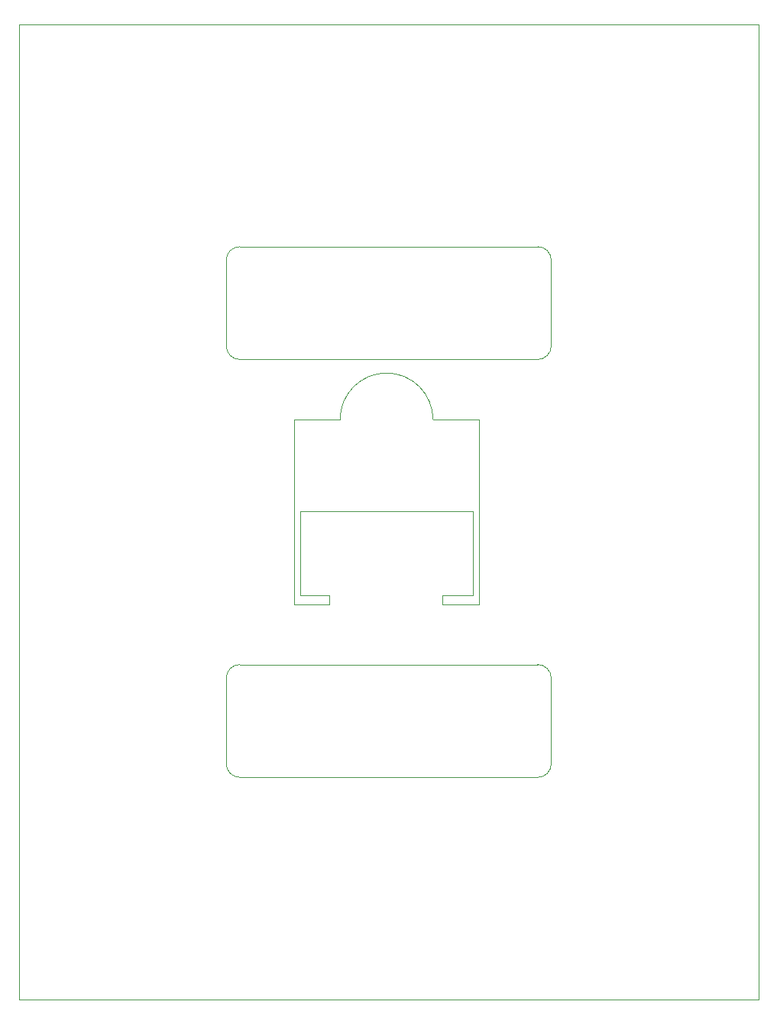
<source format=gm1>
G04 #@! TF.GenerationSoftware,KiCad,Pcbnew,(6.0.5)*
G04 #@! TF.CreationDate,2023-05-08T02:17:39-07:00*
G04 #@! TF.ProjectId,X_Y_Panels,585f595f-5061-46e6-956c-732e6b696361,rev?*
G04 #@! TF.SameCoordinates,Original*
G04 #@! TF.FileFunction,Profile,NP*
%FSLAX46Y46*%
G04 Gerber Fmt 4.6, Leading zero omitted, Abs format (unit mm)*
G04 Created by KiCad (PCBNEW (6.0.5)) date 2023-05-08 02:17:39*
%MOMM*%
%LPD*%
G01*
G04 APERTURE LIST*
G04 #@! TA.AperFunction,Profile*
%ADD10C,0.100000*%
G04 #@! TD*
G04 #@! TA.AperFunction,Profile*
%ADD11C,0.050000*%
G04 #@! TD*
G04 APERTURE END LIST*
D10*
X131790000Y-99680000D02*
X131790000Y-81747994D01*
X131790000Y-99680000D02*
X131790000Y-102230000D01*
D11*
X101292000Y-145997997D02*
X183292000Y-145997997D01*
D10*
X135720000Y-101230000D02*
X132470000Y-101230000D01*
D11*
X183292000Y-37997997D02*
X101292000Y-37997997D01*
D10*
X148250000Y-101220000D02*
X148250000Y-102230000D01*
X136900000Y-81750000D02*
X131790000Y-81747994D01*
X132460000Y-102230000D02*
X131790000Y-102230000D01*
X124289233Y-73597667D02*
G75*
G03*
X125789170Y-75097667I1499967J-33D01*
G01*
X135720000Y-101230000D02*
X135720000Y-102210000D01*
X132460000Y-102230000D02*
X135720000Y-102210000D01*
X158800000Y-121400000D02*
G75*
G03*
X160300000Y-119900000I0J1500000D01*
G01*
X148250000Y-102230000D02*
X151380000Y-102240000D01*
X132460000Y-99680000D02*
X132470000Y-101230000D01*
X125785660Y-108900660D02*
G75*
G03*
X124285660Y-110400660I40J-1500040D01*
G01*
D11*
X183292000Y-145997997D02*
X183292000Y-37997997D01*
D10*
X160299171Y-64097667D02*
X160299170Y-73597667D01*
X152290000Y-81747994D02*
X152290000Y-99690000D01*
X124290000Y-119900000D02*
G75*
G03*
X125790000Y-121400000I1500000J0D01*
G01*
X158799170Y-75097670D02*
G75*
G03*
X160299170Y-73597667I30J1499970D01*
G01*
X132450000Y-91945000D02*
X132460000Y-99680000D01*
D11*
X101292000Y-145997997D02*
X101292000Y-37997997D01*
D10*
X158799171Y-62597667D02*
X125784830Y-62598327D01*
X147200000Y-81750000D02*
G75*
G03*
X136900000Y-81750000I-5150000J2046D01*
G01*
X124289170Y-73597667D02*
X124284830Y-64098327D01*
X147200000Y-81750000D02*
X152290000Y-81747994D01*
X151370000Y-101220000D02*
X151620000Y-101220000D01*
X125784830Y-62598330D02*
G75*
G03*
X124284830Y-64098327I-30J-1499970D01*
G01*
X151370000Y-101220000D02*
X148250000Y-101220000D01*
X151620000Y-99690000D02*
X151590000Y-91955000D01*
X160299233Y-64097667D02*
G75*
G03*
X158799171Y-62597667I-1500033J-33D01*
G01*
X125790000Y-121400000D02*
X158800000Y-121400000D01*
X152290000Y-99690000D02*
X152290000Y-102240000D01*
X160300000Y-110400000D02*
G75*
G03*
X158800001Y-108900000I-1500000J0D01*
G01*
X151620000Y-99690000D02*
X151620000Y-101220000D01*
X124290000Y-119900000D02*
X124285660Y-110400660D01*
X151590000Y-91955000D02*
X132450000Y-91945000D01*
X151380000Y-102240000D02*
X152290000Y-102240000D01*
X125789170Y-75097667D02*
X158799170Y-75097667D01*
X158800001Y-108900000D02*
X125785660Y-108900660D01*
X160300001Y-110400000D02*
X160300000Y-119900000D01*
M02*

</source>
